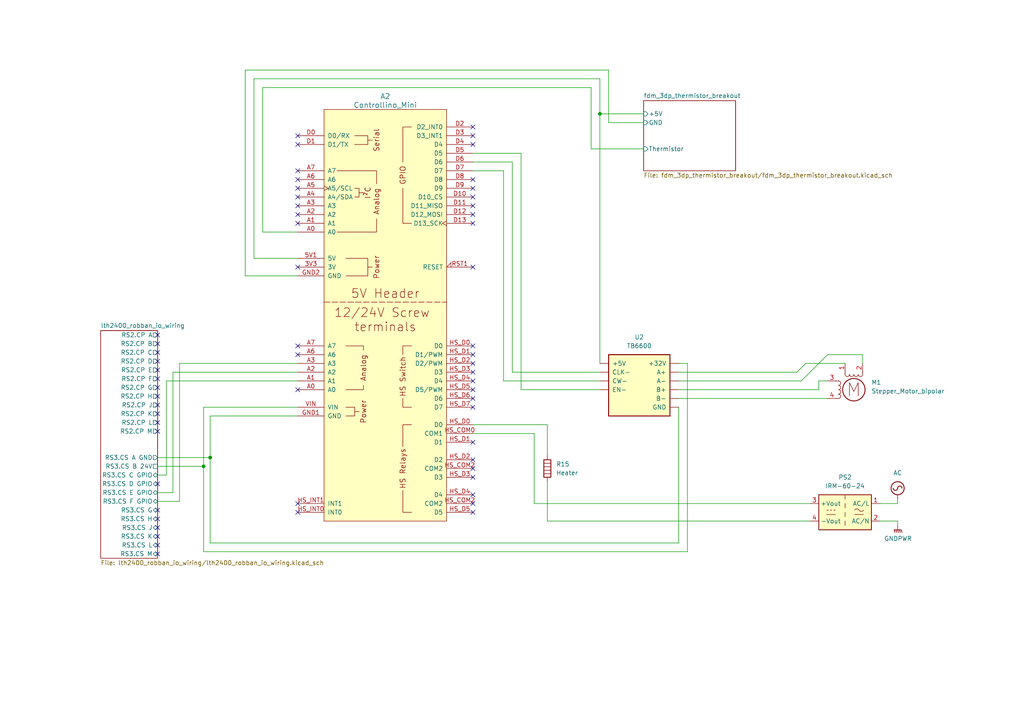
<source format=kicad_sch>
(kicad_sch (version 20230121) (generator eeschema)
  (paper "A4")
  (lib_symbols
    (symbol "Converter_ACDC:IRM-60-24"
      (property "Reference" "PS" (at 0 7.62 0))
      (property "Value" "IRM-60-24" (at 0 -7.62 0))
      (symbol "IRM-60-24_1_1"
        (rectangle (start -7.62 5.08) (end 7.62 -5.08) (stroke (width 0.254)) (fill (type background)))
        (arc (start -5.334 0.635) (mid -4.699 0.2495) (end -4.064 0.635))
        (arc (start -2.794 0.635) (mid -3.429 1.0072) (end -4.064 0.635))
        (polyline (pts (xy -5.334 -0.635) (xy -2.794 -0.635)))
        (polyline (pts (xy 0 -2.54) (xy 0 -3.81)))
        (polyline (pts (xy 0 0) (xy 0 -1.27)))
        (polyline (pts (xy 0 2.54) (xy 0 1.27)))
        (polyline (pts (xy 0 5.08) (xy 0 3.81)))
        (polyline (pts (xy 2.794 -0.635) (xy 5.334 -0.635)))
        (polyline (pts (xy 2.794 0.635) (xy 3.302 0.635)))
        (polyline (pts (xy 3.81 0.635) (xy 4.318 0.635)))
        (polyline (pts (xy 4.826 0.635) (xy 5.334 0.635)))
        (pin power_in line (at -10.16 2.54 0) (length 2.54) (name "AC/L") (number "1"))
        (pin power_in line (at -10.16 -2.54 0) (length 2.54) (name "AC/N") (number "2"))
        (pin power_out line (at 10.16 2.54 180) (length 2.54) (name "+Vout") (number "3"))
        (pin power_out line (at 10.16 -2.54 180) (length 2.54) (name "-Vout") (number "4"))
      )
    )
    (symbol "Device:Heater" (pin_numbers hide) (pin_names (offset 0))
      (property "Reference" "R" (at 2.032 0 90))
      (property "Value" "Heater" (at -2.032 0 90))
      (symbol "Heater_0_1"
        (rectangle (start -1.016 -2.54) (end 1.016 2.54) (stroke (width 0.254)))
        (polyline (pts (xy -1.016 1.524) (xy 1.016 1.524)))
        (polyline (pts (xy 1.016 -1.524) (xy -1.016 -1.524)))
        (polyline (pts (xy 1.016 -0.508) (xy -1.016 -0.508)))
        (polyline (pts (xy 1.016 0.508) (xy -1.016 0.508)))
      )
      (symbol "Heater_1_1"
        (pin passive line (at 0 3.81 270) (length 1.27) (name "~") (number "1"))
        (pin passive line (at 0 -3.81 90) (length 1.27) (name "~") (number "2"))
      )
    )
    (symbol "Motor:Stepper_Motor_bipolar" (pin_names (offset 0) hide)
      (property "Reference" "M" (at 3.81 2.54 0))
      (property "Value" "Stepper_Motor_bipolar" (at 3.81 1.27 0))
      (symbol "Stepper_Motor_bipolar_0_0"
        (polyline (pts (xy -1.27 -1.778) (xy -1.27 2.032) (xy 0 -0.508) (xy 1.27 2.032) (xy 1.27 -1.778)))
      )
      (symbol "Stepper_Motor_bipolar_0_1"
        (arc (start -4.445 -2.54) (mid -3.8127 -1.905) (end -4.445 -1.27))
        (arc (start -4.445 -1.27) (mid -3.8127 -0.635) (end -4.445 0))
        (arc (start -4.445 0) (mid -3.8127 0.635) (end -4.445 1.27))
        (arc (start -4.445 1.27) (mid -3.8127 1.905) (end -4.445 2.54))
        (arc (start -2.54 4.445) (mid -1.905 3.8127) (end -1.27 4.445))
        (arc (start -1.27 4.445) (mid -0.635 3.8127) (end 0 4.445))
        (polyline (pts (xy -5.08 -2.54) (xy -4.445 -2.54)))
        (polyline (pts (xy -5.08 2.54) (xy -4.445 2.54)))
        (polyline (pts (xy -2.54 5.08) (xy -2.54 4.445)))
        (polyline (pts (xy 2.54 5.08) (xy 2.54 4.445)))
        (circle (center 0 0) (radius 3.2512) (stroke (width 0.254)))
        (arc (start 0 4.445) (mid 0.635 3.8127) (end 1.27 4.445))
        (arc (start 1.27 4.445) (mid 1.905 3.8127) (end 2.54 4.445))
      )
      (symbol "Stepper_Motor_bipolar_1_1"
        (pin passive line (at -2.54 7.62 270) (length 2.54) (name "~") (number "1"))
        (pin passive line (at 2.54 7.62 270) (length 2.54) (name "-") (number "2"))
        (pin passive line (at -7.62 2.54 0) (length 2.54) (name "~") (number "3"))
        (pin passive line (at -7.62 -2.54 0) (length 2.54) (name "~") (number "4"))
      )
    )
    (symbol "fdm_3dp_wiring:Controllino_Mini" (pin_names (offset 1.016))
      (property "Reference" "A" (at 0 66.04 0))
      (property "Value" "Controllino_Mini" (at 0 62.23 0))
      (symbol "Controllino_Mini_0_0"
        (rectangle (start -17.78 59.69) (end 17.78 -59.69) (fill (type background)))
        (polyline (pts (xy -7.62 35.56) (xy -6.35 35.56)))
        (polyline (pts (xy -5.08 50.8) (xy -3.81 50.8)))
        (polyline (pts (xy -6.35 -20.32) (xy -6.35 -21.59) (xy -11.43 -21.59)))
        (polyline (pts (xy -6.35 -10.16) (xy -6.35 -8.89) (xy -11.43 -8.89)))
        (polyline (pts (xy -2.54 27.94) (xy -2.54 24.13) (xy -13.97 24.13)))
        (polyline (pts (xy -2.54 38.1) (xy -2.54 41.91) (xy -13.97 41.91)))
        (polyline (pts (xy -8.89 36.83) (xy -7.62 36.83) (xy -7.62 34.29) (xy -8.89 34.29)))
        (polyline (pts (xy -8.89 52.07) (xy -5.08 52.07) (xy -5.08 49.53) (xy -8.89 49.53)))
        (text "Analog" (at -6.35 -15.24 900) (effects (font (size 1.524 1.524))))
        (text "Analog" (at -2.54 33.02 900) (effects (font (size 1.524 1.524))))
        (text "I²C" (at -5.08 35.56 900) (effects (font (size 1.524 1.524))))
        (text "Power" (at -6.35 -27.94 900) (effects (font (size 1.524 1.524))))
        (text "Power" (at -2.54 13.97 900) (effects (font (size 1.524 1.524))))
        (text "Serial" (at -2.54 50.8 900) (effects (font (size 1.524 1.524))))
      )
      (symbol "Controllino_Mini_0_1"
        (polyline (pts (xy -8.89 -27.94) (xy -7.62 -27.94)))
        (polyline (pts (xy -5.08 13.97) (xy -3.81 13.97)))
        (polyline (pts (xy 7.62 -57.15) (xy 5.08 -57.15) (xy 5.08 -50.8)))
        (polyline (pts (xy 7.62 -31.75) (xy 5.08 -31.75) (xy 5.08 -38.1)))
        (polyline (pts (xy 7.62 -26.67) (xy 5.08 -26.67) (xy 5.08 -24.13)))
        (polyline (pts (xy 7.62 -8.89) (xy 5.08 -8.89) (xy 5.08 -11.43)))
        (polyline (pts (xy 7.62 26.67) (xy 5.08 26.67) (xy 5.08 36.83)))
        (polyline (pts (xy 7.62 54.61) (xy 5.08 54.61) (xy 5.08 44.45)))
        (polyline (pts (xy -11.43 -26.67) (xy -8.89 -26.67) (xy -8.89 -29.21) (xy -11.43 -29.21)))
        (polyline (pts (xy -11.43 11.43) (xy -5.08 11.43) (xy -5.08 16.51) (xy -11.43 16.51)))
      )
      (symbol "Controllino_Mini_1_0"
        (text "GPIO" (at 5.08 40.64 900) (effects (font (size 1.524 1.524))))
        (text "HS Relays" (at 5.08 -44.45 900) (effects (font (size 1.524 1.524))))
        (text "HS Switch" (at 5.08 -17.78 900) (effects (font (size 1.524 1.524))))
      )
      (symbol "Controllino_Mini_1_1"
        (polyline (pts (xy -17.78 3.81) (xy 17.78 3.81)) (stroke (width 0) (type dash)))
        (text "12/24V Screw \nterminals" (at 0 -1.27 0) (effects (font (size 2.56 2.56))))
        (text "5V Header" (at 0 6.35 0) (effects (font (size 2.56 2.56))))
        (pin power_in line (at -25.4 13.97 0) (length 7.62) (name "3V") (number "3V3"))
        (pin power_in line (at -25.4 16.51 0) (length 7.62) (name "5V") (number "5V1"))
        (pin bidirectional line (at -25.4 -21.59 0) (length 7.62) (name "A0") (number "A0"))
        (pin bidirectional line (at -25.4 24.13 0) (length 7.62) (name "A0") (number "A0"))
        (pin bidirectional line (at -25.4 -19.05 0) (length 7.62) (name "A1") (number "A1"))
        (pin bidirectional line (at -25.4 26.67 0) (length 7.62) (name "A1") (number "A1"))
        (pin bidirectional line (at -25.4 -16.51 0) (length 7.62) (name "A2") (number "A2"))
        (pin bidirectional line (at -25.4 29.21 0) (length 7.62) (name "A2") (number "A2"))
        (pin bidirectional line (at -25.4 -13.97 0) (length 7.62) (name "A3") (number "A3"))
        (pin bidirectional line (at -25.4 31.75 0) (length 7.62) (name "A3") (number "A3"))
        (pin bidirectional line (at -25.4 34.29 0) (length 7.62) (name "A4/SDA") (number "A4"))
        (pin bidirectional clock (at -25.4 36.83 0) (length 7.62) (name "A5/SCL") (number "A5"))
        (pin input line (at -25.4 -11.43 0) (length 7.62) (name "A6") (number "A6"))
        (pin input line (at -25.4 39.37 0) (length 7.62) (name "A6") (number "A6"))
        (pin input line (at -25.4 -8.89 0) (length 7.62) (name "A7") (number "A7"))
        (pin input line (at -25.4 41.91 0) (length 7.62) (name "A7") (number "A7"))
        (pin bidirectional line (at -25.4 52.07 0) (length 7.62) (name "D0/RX") (number "D0"))
        (pin bidirectional line (at -25.4 49.53 0) (length 7.62) (name "D1/TX") (number "D1"))
        (pin bidirectional line (at 25.4 34.29 180) (length 7.62) (name "D10_CS") (number "D10"))
        (pin bidirectional line (at 25.4 31.75 180) (length 7.62) (name "D11_MISO") (number "D11"))
        (pin bidirectional line (at 25.4 29.21 180) (length 7.62) (name "D12_MOSI") (number "D12"))
        (pin bidirectional clock (at 25.4 26.67 180) (length 7.62) (name "D13_SCK") (number "D13"))
        (pin bidirectional line (at 25.4 54.61 180) (length 7.62) (name "D2_INT0") (number "D2"))
        (pin bidirectional line (at 25.4 52.07 180) (length 7.62) (name "D3_INT1") (number "D3"))
        (pin bidirectional line (at 25.4 49.53 180) (length 7.62) (name "D4") (number "D4"))
        (pin bidirectional line (at 25.4 46.99 180) (length 7.62) (name "D5") (number "D5"))
        (pin bidirectional line (at 25.4 44.45 180) (length 7.62) (name "D6") (number "D6"))
        (pin bidirectional line (at 25.4 41.91 180) (length 7.62) (name "D7") (number "D7"))
        (pin bidirectional line (at 25.4 39.37 180) (length 7.62) (name "D8") (number "D8"))
        (pin bidirectional line (at 25.4 36.83 180) (length 7.62) (name "D9") (number "D9"))
        (pin power_in line (at -25.4 -29.21 0) (length 7.62) (name "GND") (number "GND1"))
        (pin power_in line (at -25.4 11.43 0) (length 7.62) (name "GND") (number "GND2"))
        (pin power_in line (at 25.4 -34.29 180) (length 7.62) (name "COM1") (number "HS_COM0"))
        (pin power_in line (at 25.4 -54.61 180) (length 7.62) (name "COM2") (number "HS_COM2"))
        (pin power_in line (at 25.4 -44.45 180) (length 7.62) (name "COM2") (number "HS_COM2"))
        (pin power_out line (at 25.4 -31.75 180) (length 7.62) (name "D0") (number "HS_D0"))
        (pin bidirectional line (at 25.4 -8.89 180) (length 7.62) (name "D0") (number "HS_D0"))
        (pin power_out line (at 25.4 -36.83 180) (length 7.62) (name "D1") (number "HS_D1"))
        (pin bidirectional line (at 25.4 -11.43 180) (length 7.62) (name "D1/PWM") (number "HS_D1"))
        (pin power_out line (at 25.4 -41.91 180) (length 7.62) (name "D2") (number "HS_D2"))
        (pin bidirectional line (at 25.4 -13.97 180) (length 7.62) (name "D2/PWM") (number "HS_D2"))
        (pin power_out line (at 25.4 -46.99 180) (length 7.62) (name "D3") (number "HS_D3"))
        (pin bidirectional line (at 25.4 -16.51 180) (length 7.62) (name "D3") (number "HS_D3"))
        (pin power_out line (at 25.4 -52.07 180) (length 7.62) (name "D4") (number "HS_D4"))
        (pin bidirectional line (at 25.4 -19.05 180) (length 7.62) (name "D4") (number "HS_D4"))
        (pin power_out line (at 25.4 -57.15 180) (length 7.62) (name "D5") (number "HS_D5"))
        (pin bidirectional line (at 25.4 -21.59 180) (length 7.62) (name "D5/PWM") (number "HS_D5"))
        (pin bidirectional line (at 25.4 -24.13 180) (length 7.62) (name "D6") (number "HS_D6"))
        (pin bidirectional line (at 25.4 -26.67 180) (length 7.62) (name "D7") (number "HS_D7"))
        (pin bidirectional line (at -25.4 -57.15 0) (length 7.62) (name "INT0") (number "HS_INT0"))
        (pin bidirectional line (at -25.4 -54.61 0) (length 7.62) (name "INT1") (number "HS_INT1"))
        (pin open_collector input_low (at 25.4 13.97 180) (length 7.62) (name "RESET") (number "RST1"))
        (pin power_in line (at -25.4 -26.67 0) (length 7.62) (name "VIN") (number "VIN"))
      )
    )
    (symbol "fdm_3dp_wiring:TB6600" (pin_names (offset 1.016))
      (property "Reference" "U" (at 0 11.43 0))
      (property "Value" "TB6600" (at 0 8.89 0))
      (symbol "TB6600_0_1"
        (rectangle (start -8.89 7.62) (end 8.89 -10.16) (stroke (width 0.3048)) (fill (type background)))
      )
      (symbol "TB6600_1_1"
        (pin power_in line (at 11.43 5.08 180) (length 2.54) (name "+32V") (number "~"))
        (pin power_in line (at -11.43 5.08 0) (length 2.54) (name "+5V") (number "~"))
        (pin power_out line (at 11.43 2.54 180) (length 2.54) (name "A+") (number "~"))
        (pin power_out line (at 11.43 0 180) (length 2.54) (name "A-") (number "~"))
        (pin power_out line (at 11.43 -2.54 180) (length 2.54) (name "B+") (number "~"))
        (pin power_out line (at 11.43 -5.08 180) (length 2.54) (name "B-") (number "~"))
        (pin input line (at -11.43 2.54 0) (length 2.54) (name "CLK-") (number "~"))
        (pin input line (at -11.43 0 0) (length 2.54) (name "CW-") (number "~"))
        (pin input line (at -11.43 -2.54 0) (length 2.54) (name "EN-") (number "~"))
        (pin passive line (at 11.43 -7.62 180) (length 2.54) (name "GND") (number "~"))
      )
    )
    (symbol "power:AC" (power) (pin_names (offset 0))
      (property "Value" "AC" (at 0 6.35 0))
      (symbol "AC_0_1"
        (polyline (pts (xy 0 0) (xy 0 1.27)))
        (arc (start 0 3.175) (mid -0.635 3.8073) (end -1.27 3.175) (stroke (width 0.254)))
        (arc (start 0 3.175) (mid 0.635 2.5427) (end 1.27 3.175) (stroke (width 0.254)))
        (circle (center 0 3.175) (radius 1.905) (stroke (width 0.254)))
      )
      (symbol "AC_1_1"
        (pin power_in line (at 0 0 90) (length 0) hide (name "AC") (number "1"))
      )
    )
    (symbol "power:GNDPWR" (power) (pin_names (offset 0))
      (property "Value" "GNDPWR" (at 0 -3.302 0))
      (symbol "GNDPWR_0_1"
        (polyline (pts (xy 0 -1.27) (xy 0 0)))
        (polyline (pts (xy -1.016 -1.27) (xy -1.27 -2.032) (xy -1.27 -2.032)) (stroke (width 0.2032)))
        (polyline (pts (xy -0.508 -1.27) (xy -0.762 -2.032) (xy -0.762 -2.032)) (stroke (width 0.2032)))
        (polyline (pts (xy 0 -1.27) (xy -0.254 -2.032) (xy -0.254 -2.032)) (stroke (width 0.2032)))
        (polyline (pts (xy 0.508 -1.27) (xy 0.254 -2.032) (xy 0.254 -2.032)) (stroke (width 0.2032)))
        (polyline (pts (xy 1.016 -1.27) (xy -1.016 -1.27) (xy -1.016 -1.27)) (stroke (width 0.2032)))
        (polyline (pts (xy 1.016 -1.27) (xy 0.762 -2.032) (xy 0.762 -2.032) (xy 0.762 -2.032)) (stroke (width 0.2032)))
      )
      (symbol "GNDPWR_1_1"
        (pin power_in line (at 0 0 270) (length 0) hide (name "GNDPWR") (number "1"))
      )
    )
  )
  (junction (at 173.99 33.02))
  (junction (at 60.96 132.715))
  (junction (at 59.055 135.255))
  (no_connect (at 137.16 138.43))
  (no_connect (at 86.36 148.59))
  (no_connect (at 86.36 64.77))
  (no_connect (at 137.16 118.11))
  (no_connect (at 137.16 54.61))
  (no_connect (at 137.16 135.89))
  (no_connect (at 137.16 107.95))
  (no_connect (at 45.72 153.035))
  (no_connect (at 137.16 148.59))
  (no_connect (at 86.36 102.87))
  (no_connect (at 137.16 133.35))
  (no_connect (at 137.16 143.51))
  (no_connect (at 45.72 114.935))
  (no_connect (at 137.16 146.05))
  (no_connect (at 45.72 107.315))
  (no_connect (at 86.36 54.61))
  (no_connect (at 86.36 146.05))
  (no_connect (at 86.36 41.91))
  (no_connect (at 137.16 41.91))
  (no_connect (at 45.72 97.155))
  (no_connect (at 45.72 102.235))
  (no_connect (at 137.16 36.83))
  (no_connect (at 137.16 62.23))
  (no_connect (at 45.72 99.695))
  (no_connect (at 86.36 57.15))
  (no_connect (at 137.16 102.87))
  (no_connect (at 45.72 140.335))
  (no_connect (at 86.36 77.47))
  (no_connect (at 137.16 57.15))
  (no_connect (at 45.72 104.775))
  (no_connect (at 137.16 59.69))
  (no_connect (at 45.72 120.015))
  (no_connect (at 137.16 77.47))
  (no_connect (at 86.36 39.37))
  (no_connect (at 45.72 122.555))
  (no_connect (at 137.16 52.07))
  (no_connect (at 86.36 49.53))
  (no_connect (at 86.36 100.33))
  (no_connect (at 137.16 113.03))
  (no_connect (at 45.72 155.575))
  (no_connect (at 86.36 113.03))
  (no_connect (at 45.72 117.475))
  (no_connect (at 137.16 105.41))
  (no_connect (at 45.72 160.655))
  (no_connect (at 137.16 128.27))
  (no_connect (at 86.36 59.69))
  (no_connect (at 137.16 39.37))
  (no_connect (at 45.72 109.855))
  (no_connect (at 137.16 100.33))
  (no_connect (at 137.16 64.77))
  (no_connect (at 45.72 112.395))
  (no_connect (at 45.72 150.495))
  (no_connect (at 45.72 125.095))
  (no_connect (at 45.72 147.955))
  (no_connect (at 137.16 115.57))
  (no_connect (at 137.16 110.49))
  (no_connect (at 86.36 62.23))
  (no_connect (at 86.36 52.07))
  (no_connect (at 45.72 158.115))
  (wire (pts (xy 234.95 151.13) (xy 158.75 151.13)))
  (wire (pts (xy 260.35 144.78) (xy 260.35 146.05)))
  (wire (pts (xy 59.055 135.255) (xy 59.055 160.02)))
  (wire (pts (xy 45.72 142.875) (xy 50.165 142.875)))
  (wire (pts (xy 196.85 110.49) (xy 232.41 110.49)))
  (wire (pts (xy 86.36 74.93) (xy 73.66 74.93)))
  (wire (pts (xy 231.14 107.95) (xy 233.68 105.41)))
  (wire (pts (xy 171.45 25.4) (xy 171.45 43.18)))
  (wire (pts (xy 45.72 137.795) (xy 48.26 137.795)))
  (wire (pts (xy 146.05 110.49) (xy 173.99 110.49)))
  (wire (pts (xy 158.75 139.7) (xy 158.75 151.13)))
  (wire (pts (xy 137.16 44.45) (xy 151.13 44.45)))
  (wire (pts (xy 196.85 118.11) (xy 196.85 157.48)))
  (wire (pts (xy 137.16 46.99) (xy 148.59 46.99)))
  (wire (pts (xy 237.49 113.03) (xy 237.49 110.49)))
  (wire (pts (xy 48.26 110.49) (xy 48.26 137.795)))
  (wire (pts (xy 196.85 115.57) (xy 240.03 115.57)))
  (wire (pts (xy 199.39 160.02) (xy 199.39 105.41)))
  (wire (pts (xy 86.36 67.31) (xy 76.2 67.31)))
  (wire (pts (xy 60.96 157.48) (xy 60.96 132.715)))
  (wire (pts (xy 148.59 107.95) (xy 173.99 107.95)))
  (wire (pts (xy 52.07 105.41) (xy 86.36 105.41)))
  (wire (pts (xy 154.94 146.05) (xy 234.95 146.05)))
  (wire (pts (xy 59.055 118.11) (xy 86.36 118.11)))
  (wire (pts (xy 76.2 67.31) (xy 76.2 25.4)))
  (wire (pts (xy 59.055 135.255) (xy 59.055 118.11)))
  (wire (pts (xy 260.35 151.13) (xy 255.27 151.13)))
  (wire (pts (xy 45.72 132.715) (xy 60.96 132.715)))
  (wire (pts (xy 171.45 43.18) (xy 186.69 43.18)))
  (wire (pts (xy 199.39 105.41) (xy 196.85 105.41)))
  (wire (pts (xy 146.05 49.53) (xy 146.05 110.49)))
  (wire (pts (xy 158.75 123.19) (xy 158.75 132.08)))
  (wire (pts (xy 59.055 160.02) (xy 199.39 160.02)))
  (wire (pts (xy 173.99 33.02) (xy 173.99 105.41)))
  (wire (pts (xy 50.165 107.95) (xy 86.36 107.95)))
  (wire (pts (xy 71.12 80.01) (xy 71.12 20.32)))
  (wire (pts (xy 151.13 44.45) (xy 151.13 113.03)))
  (wire (pts (xy 196.85 113.03) (xy 237.49 113.03)))
  (wire (pts (xy 76.2 25.4) (xy 171.45 25.4)))
  (wire (pts (xy 137.16 49.53) (xy 146.05 49.53)))
  (wire (pts (xy 176.53 20.32) (xy 176.53 35.56)))
  (wire (pts (xy 137.16 123.19) (xy 158.75 123.19)))
  (wire (pts (xy 50.165 142.875) (xy 50.165 107.95)))
  (wire (pts (xy 148.59 46.99) (xy 148.59 107.95)))
  (wire (pts (xy 196.85 107.95) (xy 231.14 107.95)))
  (wire (pts (xy 173.99 22.86) (xy 173.99 33.02)))
  (wire (pts (xy 71.12 20.32) (xy 176.53 20.32)))
  (wire (pts (xy 260.35 146.05) (xy 255.27 146.05)))
  (wire (pts (xy 260.35 151.13) (xy 260.35 152.4)))
  (wire (pts (xy 45.72 145.415) (xy 52.07 145.415)))
  (wire (pts (xy 86.36 110.49) (xy 48.26 110.49)))
  (wire (pts (xy 176.53 35.56) (xy 186.69 35.56)))
  (wire (pts (xy 73.66 74.93) (xy 73.66 22.86)))
  (wire (pts (xy 73.66 22.86) (xy 173.99 22.86)))
  (wire (pts (xy 52.07 145.415) (xy 52.07 105.41)))
  (wire (pts (xy 237.49 110.49) (xy 240.03 110.49)))
  (wire (pts (xy 60.96 120.65) (xy 86.36 120.65)))
  (wire (pts (xy 196.85 157.48) (xy 60.96 157.48)))
  (wire (pts (xy 173.99 33.02) (xy 186.69 33.02)))
  (wire (pts (xy 240.03 102.87) (xy 250.19 102.87)))
  (wire (pts (xy 250.19 102.87) (xy 250.19 105.41)))
  (wire (pts (xy 232.41 110.49) (xy 240.03 102.87)))
  (wire (pts (xy 60.96 132.715) (xy 60.96 120.65)))
  (wire (pts (xy 45.72 135.255) (xy 59.055 135.255)))
  (wire (pts (xy 86.36 80.01) (xy 71.12 80.01)))
  (wire (pts (xy 151.13 113.03) (xy 173.99 113.03)))
  (wire (pts (xy 233.68 105.41) (xy 245.11 105.41)))
  (wire (pts (xy 137.16 125.73) (xy 154.94 125.73)))
  (wire (pts (xy 154.94 146.05) (xy 154.94 125.73)))
  (symbol (lib_id "fdm_3dp_wiring:Controllino_Mini") (at 111.76 91.44 0) (unit 1)
    (property "Reference" "A2" (at 111.76 27.94 0) (effects (font (size 1.524 1.524))))
    (property "Value" "Controllino_Mini" (at 111.76 30.48 0) (effects (font (size 1.524 1.524))))
    (property "Datasheet" "https://www.controllino.com/wp-content/uploads/2023/05/CONTROLLINO_MINI_Datasheet.pdf" (effects hide))
  )
  (symbol (lib_id "Motor:Stepper_Motor_bipolar") (at 247.65 113.03 0) (unit 1)
    (property "Reference" "M1" (at 252.73 110.9091 0) (effects (justify left)))
    (property "Value" "Stepper_Motor_bipolar" (at 252.73 113.4491 0) (effects (justify left)))
    (property "Datasheet" "http://www.infineon.com/dgdl/Application-Note-TLE8110EE_driving_UniPolarStepperMotor_V1.1.pdf?fileId=db3a30431be39b97011be5d0aa0a00b0" (effects hide))
  )
  (symbol (lib_id "power:AC") (at 260.35 144.78 0) (mirror y) (unit 1)
    (property "Reference" "#PWR09" (effects hide))
    (property "Value" "AC" (at 260.35 137.16 0))
  )
  (symbol (lib_id "Converter_ACDC:IRM-60-24") (at 245.11 148.59 0) (mirror y) (unit 1)
    (property "Reference" "PS2" (at 245.11 138.43 0))
    (property "Value" "IRM-60-24" (at 245.11 140.97 0))
    (property "Footprint" "Converter_ACDC:Converter_ACDC_MeanWell_IRM-60-xx_THT" (effects hide))
    (property "Datasheet" "http://www.meanwellusa.com/productPdf.aspx?i=687" (effects hide))
  )
  (symbol (lib_id "Device:Heater") (at 158.75 135.89 0) (unit 1)
    (property "Reference" "R15" (at 161.29 134.62 0) (effects (justify left)))
    (property "Value" "Heater" (at 161.29 137.16 0) (effects (justify left)))
  )
  (symbol (lib_id "fdm_3dp_wiring:TB6600") (at 185.42 110.49 0) (unit 1)
    (property "Reference" "U2" (at 185.42 97.79 0))
    (property "Value" "TB6600" (at 185.42 100.33 0))
  )
  (symbol (lib_id "power:GNDPWR") (at 260.35 152.4 0) (mirror y) (unit 1)
    (property "Reference" "#PWR010" (effects hide))
    (property "Value" "GNDPWR" (at 260.477 156.21 0))
  )
  (sheet (at 186.69 29.21) (size 26.67 20.32) (stroke (width 0.1524))
    (property "Sheetname" "fdm_3dp_thermistor_breakout" (at 186.69 28.4984 0) (effects (justify left bottom)))
    (property "Sheetfile" "fdm_3dp_thermistor_breakout/fdm_3dp_thermistor_breakout.kicad_sch" (at 186.69 50.1146 0) (effects (justify left top)))
    (pin "GND" input (at 186.69 35.56 180))
    (pin "Thermistor" input (at 186.69 43.18 180))
    (pin "+5V" input (at 186.69 33.02 180))
  )
  (sheet (at 29.21 95.885) (size 16.51 66.04) (stroke (width 0.1524))
    (property "Sheetname" "lth2400_robban_io_wiring" (at 29.21 95.1734 0) (effects (justify left bottom)))
    (property "Sheetfile" "lth2400_robban_io_wiring/lth2400_robban_io_wiring.kicad_sch" (at 29.21 162.5096 0) (effects (justify left top)))
    (pin "RS3.CS D GPIO" bidirectional (at 45.72 140.335 0))
    (pin "RS3.CS C GPIO" bidirectional (at 45.72 137.795 0))
    (pin "RS3.CS F GPIO" bidirectional (at 45.72 145.415 0))
    (pin "RS3.CS G" bidirectional (at 45.72 147.955 0))
    (pin "RS3.CS E GPIO" bidirectional (at 45.72 142.875 0))
    (pin "RS2.CP H" output (at 45.72 114.935 0))
    (pin "RS2.CP J" output (at 45.72 117.475 0))
    (pin "RS2.CP F" output (at 45.72 109.855 0))
    (pin "RS2.CP G" output (at 45.72 112.395 0))
    (pin "RS2.CP C" output (at 45.72 102.235 0))
    (pin "RS2.CP E" output (at 45.72 107.315 0))
    (pin "RS2.CP D" output (at 45.72 104.775 0))
    (pin "RS2.CP A" output (at 45.72 97.155 0))
    (pin "RS2.CP B" output (at 45.72 99.695 0))
    (pin "RS3.CS L" bidirectional (at 45.72 158.115 0))
    (pin "RS3.CS H" bidirectional (at 45.72 150.495 0))
    (pin "RS3.CS K" bidirectional (at 45.72 155.575 0))
    (pin "RS3.CS M" bidirectional (at 45.72 160.655 0))
    (pin "RS3.CS J" bidirectional (at 45.72 153.035 0))
    (pin "RS3.CS A GND" output (at 45.72 132.715 0))
    (pin "RS3.CS B 24V" passive (at 45.72 135.255 0))
    (pin "RS2.CP M" output (at 45.72 125.095 0))
    (pin "RS2.CP K" output (at 45.72 120.015 0))
    (pin "RS2.CP L" output (at 45.72 122.555 0))
  )
)
</source>
